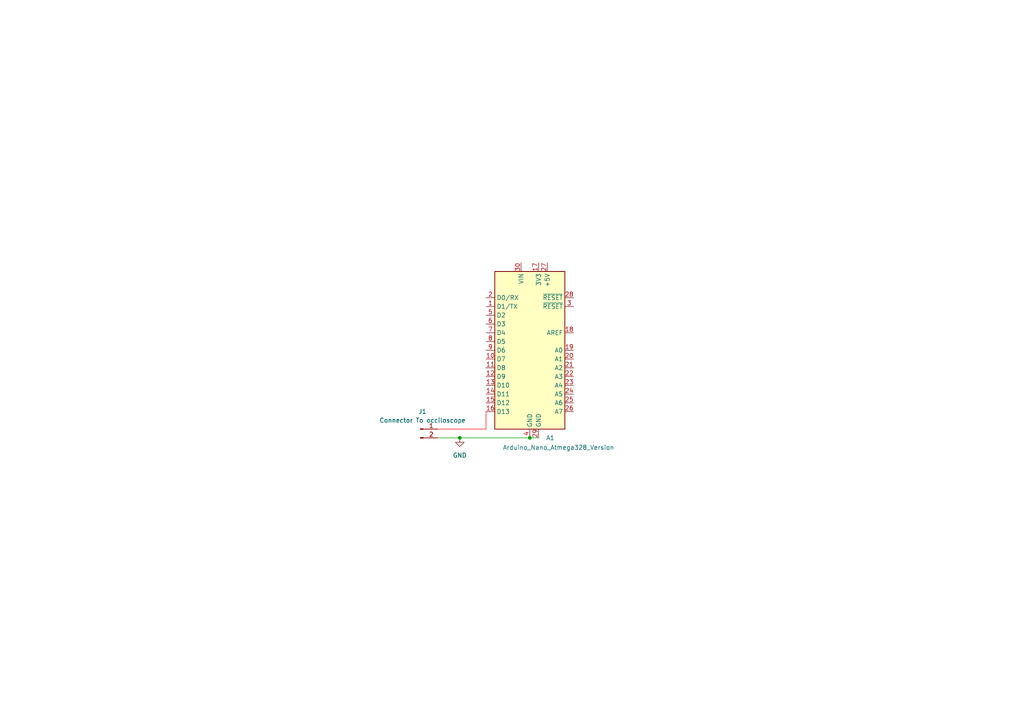
<source format=kicad_sch>
(kicad_sch
	(version 20250114)
	(generator "eeschema")
	(generator_version "9.0")
	(uuid "9d4c8b70-a82e-4f35-9fef-f53529bdbfd6")
	(paper "A4")
	(title_block
		(title "RPM To PWM test circuit")
		(date "2025-06-02")
		(rev "1")
		(company "Ethan Sousa Projects")
	)
	(lib_symbols
		(symbol "Connector:Conn_01x02_Pin"
			(pin_names
				(offset 1.016)
				(hide yes)
			)
			(exclude_from_sim no)
			(in_bom yes)
			(on_board yes)
			(property "Reference" "J"
				(at 0 2.54 0)
				(effects
					(font
						(size 1.27 1.27)
					)
				)
			)
			(property "Value" "Conn_01x02_Pin"
				(at 0 -5.08 0)
				(effects
					(font
						(size 1.27 1.27)
					)
				)
			)
			(property "Footprint" ""
				(at 0 0 0)
				(effects
					(font
						(size 1.27 1.27)
					)
					(hide yes)
				)
			)
			(property "Datasheet" "~"
				(at 0 0 0)
				(effects
					(font
						(size 1.27 1.27)
					)
					(hide yes)
				)
			)
			(property "Description" "Generic connector, single row, 01x02, script generated"
				(at 0 0 0)
				(effects
					(font
						(size 1.27 1.27)
					)
					(hide yes)
				)
			)
			(property "ki_locked" ""
				(at 0 0 0)
				(effects
					(font
						(size 1.27 1.27)
					)
				)
			)
			(property "ki_keywords" "connector"
				(at 0 0 0)
				(effects
					(font
						(size 1.27 1.27)
					)
					(hide yes)
				)
			)
			(property "ki_fp_filters" "Connector*:*_1x??_*"
				(at 0 0 0)
				(effects
					(font
						(size 1.27 1.27)
					)
					(hide yes)
				)
			)
			(symbol "Conn_01x02_Pin_1_1"
				(rectangle
					(start 0.8636 0.127)
					(end 0 -0.127)
					(stroke
						(width 0.1524)
						(type default)
					)
					(fill
						(type outline)
					)
				)
				(rectangle
					(start 0.8636 -2.413)
					(end 0 -2.667)
					(stroke
						(width 0.1524)
						(type default)
					)
					(fill
						(type outline)
					)
				)
				(polyline
					(pts
						(xy 1.27 0) (xy 0.8636 0)
					)
					(stroke
						(width 0.1524)
						(type default)
					)
					(fill
						(type none)
					)
				)
				(polyline
					(pts
						(xy 1.27 -2.54) (xy 0.8636 -2.54)
					)
					(stroke
						(width 0.1524)
						(type default)
					)
					(fill
						(type none)
					)
				)
				(pin passive line
					(at 5.08 0 180)
					(length 3.81)
					(name "Pin_1"
						(effects
							(font
								(size 1.27 1.27)
							)
						)
					)
					(number "1"
						(effects
							(font
								(size 1.27 1.27)
							)
						)
					)
				)
				(pin passive line
					(at 5.08 -2.54 180)
					(length 3.81)
					(name "Pin_2"
						(effects
							(font
								(size 1.27 1.27)
							)
						)
					)
					(number "2"
						(effects
							(font
								(size 1.27 1.27)
							)
						)
					)
				)
			)
			(embedded_fonts no)
		)
		(symbol "MCU_Module:Arduino_Nano_v3.x"
			(exclude_from_sim no)
			(in_bom yes)
			(on_board yes)
			(property "Reference" "A"
				(at -10.16 23.495 0)
				(effects
					(font
						(size 1.27 1.27)
					)
					(justify left bottom)
				)
			)
			(property "Value" "Arduino_Nano_v3.x"
				(at 5.08 -24.13 0)
				(effects
					(font
						(size 1.27 1.27)
					)
					(justify left top)
				)
			)
			(property "Footprint" "Module:Arduino_Nano"
				(at 0 0 0)
				(effects
					(font
						(size 1.27 1.27)
						(italic yes)
					)
					(hide yes)
				)
			)
			(property "Datasheet" "http://www.mouser.com/pdfdocs/Gravitech_Arduino_Nano3_0.pdf"
				(at 0 0 0)
				(effects
					(font
						(size 1.27 1.27)
					)
					(hide yes)
				)
			)
			(property "Description" "Arduino Nano v3.x"
				(at 0 0 0)
				(effects
					(font
						(size 1.27 1.27)
					)
					(hide yes)
				)
			)
			(property "ki_keywords" "Arduino nano microcontroller module USB"
				(at 0 0 0)
				(effects
					(font
						(size 1.27 1.27)
					)
					(hide yes)
				)
			)
			(property "ki_fp_filters" "Arduino*Nano*"
				(at 0 0 0)
				(effects
					(font
						(size 1.27 1.27)
					)
					(hide yes)
				)
			)
			(symbol "Arduino_Nano_v3.x_0_1"
				(rectangle
					(start -10.16 22.86)
					(end 10.16 -22.86)
					(stroke
						(width 0.254)
						(type default)
					)
					(fill
						(type background)
					)
				)
			)
			(symbol "Arduino_Nano_v3.x_1_1"
				(pin bidirectional line
					(at -12.7 15.24 0)
					(length 2.54)
					(name "D0/RX"
						(effects
							(font
								(size 1.27 1.27)
							)
						)
					)
					(number "2"
						(effects
							(font
								(size 1.27 1.27)
							)
						)
					)
				)
				(pin bidirectional line
					(at -12.7 12.7 0)
					(length 2.54)
					(name "D1/TX"
						(effects
							(font
								(size 1.27 1.27)
							)
						)
					)
					(number "1"
						(effects
							(font
								(size 1.27 1.27)
							)
						)
					)
				)
				(pin bidirectional line
					(at -12.7 10.16 0)
					(length 2.54)
					(name "D2"
						(effects
							(font
								(size 1.27 1.27)
							)
						)
					)
					(number "5"
						(effects
							(font
								(size 1.27 1.27)
							)
						)
					)
				)
				(pin bidirectional line
					(at -12.7 7.62 0)
					(length 2.54)
					(name "D3"
						(effects
							(font
								(size 1.27 1.27)
							)
						)
					)
					(number "6"
						(effects
							(font
								(size 1.27 1.27)
							)
						)
					)
				)
				(pin bidirectional line
					(at -12.7 5.08 0)
					(length 2.54)
					(name "D4"
						(effects
							(font
								(size 1.27 1.27)
							)
						)
					)
					(number "7"
						(effects
							(font
								(size 1.27 1.27)
							)
						)
					)
				)
				(pin bidirectional line
					(at -12.7 2.54 0)
					(length 2.54)
					(name "D5"
						(effects
							(font
								(size 1.27 1.27)
							)
						)
					)
					(number "8"
						(effects
							(font
								(size 1.27 1.27)
							)
						)
					)
				)
				(pin bidirectional line
					(at -12.7 0 0)
					(length 2.54)
					(name "D6"
						(effects
							(font
								(size 1.27 1.27)
							)
						)
					)
					(number "9"
						(effects
							(font
								(size 1.27 1.27)
							)
						)
					)
				)
				(pin bidirectional line
					(at -12.7 -2.54 0)
					(length 2.54)
					(name "D7"
						(effects
							(font
								(size 1.27 1.27)
							)
						)
					)
					(number "10"
						(effects
							(font
								(size 1.27 1.27)
							)
						)
					)
				)
				(pin bidirectional line
					(at -12.7 -5.08 0)
					(length 2.54)
					(name "D8"
						(effects
							(font
								(size 1.27 1.27)
							)
						)
					)
					(number "11"
						(effects
							(font
								(size 1.27 1.27)
							)
						)
					)
				)
				(pin bidirectional line
					(at -12.7 -7.62 0)
					(length 2.54)
					(name "D9"
						(effects
							(font
								(size 1.27 1.27)
							)
						)
					)
					(number "12"
						(effects
							(font
								(size 1.27 1.27)
							)
						)
					)
				)
				(pin bidirectional line
					(at -12.7 -10.16 0)
					(length 2.54)
					(name "D10"
						(effects
							(font
								(size 1.27 1.27)
							)
						)
					)
					(number "13"
						(effects
							(font
								(size 1.27 1.27)
							)
						)
					)
				)
				(pin bidirectional line
					(at -12.7 -12.7 0)
					(length 2.54)
					(name "D11"
						(effects
							(font
								(size 1.27 1.27)
							)
						)
					)
					(number "14"
						(effects
							(font
								(size 1.27 1.27)
							)
						)
					)
				)
				(pin bidirectional line
					(at -12.7 -15.24 0)
					(length 2.54)
					(name "D12"
						(effects
							(font
								(size 1.27 1.27)
							)
						)
					)
					(number "15"
						(effects
							(font
								(size 1.27 1.27)
							)
						)
					)
				)
				(pin bidirectional line
					(at -12.7 -17.78 0)
					(length 2.54)
					(name "D13"
						(effects
							(font
								(size 1.27 1.27)
							)
						)
					)
					(number "16"
						(effects
							(font
								(size 1.27 1.27)
							)
						)
					)
				)
				(pin power_in line
					(at -2.54 25.4 270)
					(length 2.54)
					(name "VIN"
						(effects
							(font
								(size 1.27 1.27)
							)
						)
					)
					(number "30"
						(effects
							(font
								(size 1.27 1.27)
							)
						)
					)
				)
				(pin power_in line
					(at 0 -25.4 90)
					(length 2.54)
					(name "GND"
						(effects
							(font
								(size 1.27 1.27)
							)
						)
					)
					(number "4"
						(effects
							(font
								(size 1.27 1.27)
							)
						)
					)
				)
				(pin power_out line
					(at 2.54 25.4 270)
					(length 2.54)
					(name "3V3"
						(effects
							(font
								(size 1.27 1.27)
							)
						)
					)
					(number "17"
						(effects
							(font
								(size 1.27 1.27)
							)
						)
					)
				)
				(pin power_in line
					(at 2.54 -25.4 90)
					(length 2.54)
					(name "GND"
						(effects
							(font
								(size 1.27 1.27)
							)
						)
					)
					(number "29"
						(effects
							(font
								(size 1.27 1.27)
							)
						)
					)
				)
				(pin power_out line
					(at 5.08 25.4 270)
					(length 2.54)
					(name "+5V"
						(effects
							(font
								(size 1.27 1.27)
							)
						)
					)
					(number "27"
						(effects
							(font
								(size 1.27 1.27)
							)
						)
					)
				)
				(pin input line
					(at 12.7 15.24 180)
					(length 2.54)
					(name "~{RESET}"
						(effects
							(font
								(size 1.27 1.27)
							)
						)
					)
					(number "28"
						(effects
							(font
								(size 1.27 1.27)
							)
						)
					)
				)
				(pin input line
					(at 12.7 12.7 180)
					(length 2.54)
					(name "~{RESET}"
						(effects
							(font
								(size 1.27 1.27)
							)
						)
					)
					(number "3"
						(effects
							(font
								(size 1.27 1.27)
							)
						)
					)
				)
				(pin input line
					(at 12.7 5.08 180)
					(length 2.54)
					(name "AREF"
						(effects
							(font
								(size 1.27 1.27)
							)
						)
					)
					(number "18"
						(effects
							(font
								(size 1.27 1.27)
							)
						)
					)
				)
				(pin bidirectional line
					(at 12.7 0 180)
					(length 2.54)
					(name "A0"
						(effects
							(font
								(size 1.27 1.27)
							)
						)
					)
					(number "19"
						(effects
							(font
								(size 1.27 1.27)
							)
						)
					)
				)
				(pin bidirectional line
					(at 12.7 -2.54 180)
					(length 2.54)
					(name "A1"
						(effects
							(font
								(size 1.27 1.27)
							)
						)
					)
					(number "20"
						(effects
							(font
								(size 1.27 1.27)
							)
						)
					)
				)
				(pin bidirectional line
					(at 12.7 -5.08 180)
					(length 2.54)
					(name "A2"
						(effects
							(font
								(size 1.27 1.27)
							)
						)
					)
					(number "21"
						(effects
							(font
								(size 1.27 1.27)
							)
						)
					)
				)
				(pin bidirectional line
					(at 12.7 -7.62 180)
					(length 2.54)
					(name "A3"
						(effects
							(font
								(size 1.27 1.27)
							)
						)
					)
					(number "22"
						(effects
							(font
								(size 1.27 1.27)
							)
						)
					)
				)
				(pin bidirectional line
					(at 12.7 -10.16 180)
					(length 2.54)
					(name "A4"
						(effects
							(font
								(size 1.27 1.27)
							)
						)
					)
					(number "23"
						(effects
							(font
								(size 1.27 1.27)
							)
						)
					)
				)
				(pin bidirectional line
					(at 12.7 -12.7 180)
					(length 2.54)
					(name "A5"
						(effects
							(font
								(size 1.27 1.27)
							)
						)
					)
					(number "24"
						(effects
							(font
								(size 1.27 1.27)
							)
						)
					)
				)
				(pin bidirectional line
					(at 12.7 -15.24 180)
					(length 2.54)
					(name "A6"
						(effects
							(font
								(size 1.27 1.27)
							)
						)
					)
					(number "25"
						(effects
							(font
								(size 1.27 1.27)
							)
						)
					)
				)
				(pin bidirectional line
					(at 12.7 -17.78 180)
					(length 2.54)
					(name "A7"
						(effects
							(font
								(size 1.27 1.27)
							)
						)
					)
					(number "26"
						(effects
							(font
								(size 1.27 1.27)
							)
						)
					)
				)
			)
			(embedded_fonts no)
		)
		(symbol "power:GND"
			(power)
			(pin_numbers
				(hide yes)
			)
			(pin_names
				(offset 0)
				(hide yes)
			)
			(exclude_from_sim no)
			(in_bom yes)
			(on_board yes)
			(property "Reference" "#PWR"
				(at 0 -6.35 0)
				(effects
					(font
						(size 1.27 1.27)
					)
					(hide yes)
				)
			)
			(property "Value" "GND"
				(at 0 -3.81 0)
				(effects
					(font
						(size 1.27 1.27)
					)
				)
			)
			(property "Footprint" ""
				(at 0 0 0)
				(effects
					(font
						(size 1.27 1.27)
					)
					(hide yes)
				)
			)
			(property "Datasheet" ""
				(at 0 0 0)
				(effects
					(font
						(size 1.27 1.27)
					)
					(hide yes)
				)
			)
			(property "Description" "Power symbol creates a global label with name \"GND\" , ground"
				(at 0 0 0)
				(effects
					(font
						(size 1.27 1.27)
					)
					(hide yes)
				)
			)
			(property "ki_keywords" "global power"
				(at 0 0 0)
				(effects
					(font
						(size 1.27 1.27)
					)
					(hide yes)
				)
			)
			(symbol "GND_0_1"
				(polyline
					(pts
						(xy 0 0) (xy 0 -1.27) (xy 1.27 -1.27) (xy 0 -2.54) (xy -1.27 -1.27) (xy 0 -1.27)
					)
					(stroke
						(width 0)
						(type default)
					)
					(fill
						(type none)
					)
				)
			)
			(symbol "GND_1_1"
				(pin power_in line
					(at 0 0 270)
					(length 0)
					(name "~"
						(effects
							(font
								(size 1.27 1.27)
							)
						)
					)
					(number "1"
						(effects
							(font
								(size 1.27 1.27)
							)
						)
					)
				)
			)
			(embedded_fonts no)
		)
	)
	(junction
		(at 133.35 127)
		(diameter 0)
		(color 0 0 0 0)
		(uuid "6d58b3af-8349-482a-9a35-d4d597481cab")
	)
	(junction
		(at 153.67 127)
		(diameter 0)
		(color 0 0 0 0)
		(uuid "e7e1d523-6c97-46c0-8b26-d0de128418af")
	)
	(wire
		(pts
			(xy 133.35 127) (xy 153.67 127)
		)
		(stroke
			(width 0)
			(type default)
		)
		(uuid "38b24730-06b9-4493-a873-0fe84c6f177d")
	)
	(wire
		(pts
			(xy 153.67 127) (xy 156.21 127)
		)
		(stroke
			(width 0)
			(type default)
		)
		(uuid "7ca624b5-7546-499b-8e57-612488871120")
	)
	(wire
		(pts
			(xy 127 124.46) (xy 140.97 124.46)
		)
		(stroke
			(width 0)
			(type default)
			(color 255 0 0 1)
		)
		(uuid "8ab4d91d-68a4-42ac-b7b4-58e161409383")
	)
	(wire
		(pts
			(xy 127 127) (xy 133.35 127)
		)
		(stroke
			(width 0)
			(type default)
		)
		(uuid "cbb56a0b-688e-46d4-9007-443d7ea17eae")
	)
	(wire
		(pts
			(xy 140.97 124.46) (xy 140.97 119.38)
		)
		(stroke
			(width 0)
			(type default)
			(color 255 0 0 1)
		)
		(uuid "ff4eb2b1-a202-4c58-84cd-627b80f0048e")
	)
	(symbol
		(lib_id "Connector:Conn_01x02_Pin")
		(at 121.92 124.46 0)
		(unit 1)
		(exclude_from_sim no)
		(in_bom yes)
		(on_board yes)
		(dnp no)
		(fields_autoplaced yes)
		(uuid "3f133f11-9fc6-4b43-b4fe-28bb91cb1e6a")
		(property "Reference" "J1"
			(at 122.555 119.38 0)
			(effects
				(font
					(size 1.27 1.27)
				)
			)
		)
		(property "Value" "Connector To occiloscope"
			(at 122.555 121.92 0)
			(effects
				(font
					(size 1.27 1.27)
				)
			)
		)
		(property "Footprint" "Connector_PinHeader_2.54mm:PinHeader_1x02_P2.54mm_Vertical"
			(at 121.92 124.46 0)
			(effects
				(font
					(size 1.27 1.27)
				)
				(hide yes)
			)
		)
		(property "Datasheet" "~"
			(at 121.92 124.46 0)
			(effects
				(font
					(size 1.27 1.27)
				)
				(hide yes)
			)
		)
		(property "Description" "Generic connector, single row, 01x02, script generated"
			(at 121.92 124.46 0)
			(effects
				(font
					(size 1.27 1.27)
				)
				(hide yes)
			)
		)
		(pin "2"
			(uuid "bbe5e4d8-4cf6-4926-bd06-a9e009135cd6")
		)
		(pin "1"
			(uuid "e29b2228-65cf-44c4-a339-14887c07ca0f")
		)
		(instances
			(project ""
				(path "/9d4c8b70-a82e-4f35-9fef-f53529bdbfd6"
					(reference "J1")
					(unit 1)
				)
			)
		)
	)
	(symbol
		(lib_id "power:GND")
		(at 133.35 127 0)
		(unit 1)
		(exclude_from_sim no)
		(in_bom yes)
		(on_board yes)
		(dnp no)
		(fields_autoplaced yes)
		(uuid "9137db28-06a4-4b82-9e74-881fd8c5111b")
		(property "Reference" "#PWR01"
			(at 133.35 133.35 0)
			(effects
				(font
					(size 1.27 1.27)
				)
				(hide yes)
			)
		)
		(property "Value" "GND"
			(at 133.35 132.08 0)
			(effects
				(font
					(size 1.27 1.27)
				)
			)
		)
		(property "Footprint" ""
			(at 133.35 127 0)
			(effects
				(font
					(size 1.27 1.27)
				)
				(hide yes)
			)
		)
		(property "Datasheet" ""
			(at 133.35 127 0)
			(effects
				(font
					(size 1.27 1.27)
				)
				(hide yes)
			)
		)
		(property "Description" "Power symbol creates a global label with name \"GND\" , ground"
			(at 133.35 127 0)
			(effects
				(font
					(size 1.27 1.27)
				)
				(hide yes)
			)
		)
		(pin "1"
			(uuid "3e965228-7dfc-45b2-9153-e84215cb385a")
		)
		(instances
			(project ""
				(path "/9d4c8b70-a82e-4f35-9fef-f53529bdbfd6"
					(reference "#PWR01")
					(unit 1)
				)
			)
		)
	)
	(symbol
		(lib_id "MCU_Module:Arduino_Nano_v3.x")
		(at 153.67 101.6 0)
		(unit 1)
		(exclude_from_sim no)
		(in_bom yes)
		(on_board yes)
		(dnp no)
		(uuid "d66bb866-0862-46d6-85e7-f7748daae037")
		(property "Reference" "A1"
			(at 158.3533 127 0)
			(effects
				(font
					(size 1.27 1.27)
				)
				(justify left)
			)
		)
		(property "Value" "Arduino_Nano_Atmega328_Version"
			(at 145.796 129.794 0)
			(effects
				(font
					(size 1.27 1.27)
				)
				(justify left)
			)
		)
		(property "Footprint" "Module:Arduino_Nano"
			(at 153.67 101.6 0)
			(effects
				(font
					(size 1.27 1.27)
					(italic yes)
				)
				(hide yes)
			)
		)
		(property "Datasheet" "http://www.mouser.com/pdfdocs/Gravitech_Arduino_Nano3_0.pdf"
			(at 153.67 101.6 0)
			(effects
				(font
					(size 1.27 1.27)
				)
				(hide yes)
			)
		)
		(property "Description" "Arduino Nano v3.x"
			(at 153.67 101.6 0)
			(effects
				(font
					(size 1.27 1.27)
				)
				(hide yes)
			)
		)
		(pin "11"
			(uuid "c992a03d-9e15-47bf-8bca-2766c4e30c47")
		)
		(pin "14"
			(uuid "4c91e2e8-8407-49b6-aba1-855c1c3ee40f")
		)
		(pin "16"
			(uuid "5cab41b4-c8d5-4b09-bdbc-3fa31e5d873e")
		)
		(pin "4"
			(uuid "26bbb951-fabb-4dfe-a6f1-c02c638246f4")
		)
		(pin "3"
			(uuid "4e30336d-c31b-477c-9715-10971e2e1a3f")
		)
		(pin "29"
			(uuid "c468d5f7-24da-421a-98d9-1148d88fd5b9")
		)
		(pin "1"
			(uuid "3c64a42e-bd68-496e-9a88-ba956cc27e88")
		)
		(pin "7"
			(uuid "8e07caaa-1c7b-45b2-8c6e-034933e946a6")
		)
		(pin "17"
			(uuid "1df9abed-bbf8-47d5-90f4-1df37d080d90")
		)
		(pin "13"
			(uuid "0bf803d2-6dc7-4e58-8546-9fc776e1810d")
		)
		(pin "2"
			(uuid "e1cb226c-3c38-4e82-b408-daff2cde8d4b")
		)
		(pin "5"
			(uuid "e695a01f-35a2-453b-b2da-b9be484c6c39")
		)
		(pin "6"
			(uuid "ce7e23ed-e0c0-49dd-8c25-77455f013993")
		)
		(pin "10"
			(uuid "df17ad5a-a828-4507-b85d-089e5337f54f")
		)
		(pin "9"
			(uuid "873657a2-fcb8-4d1f-a538-2edec9a0120d")
		)
		(pin "8"
			(uuid "00847e92-63e7-4b6c-ac3e-2fc18285d5bc")
		)
		(pin "12"
			(uuid "5075d93b-15da-4376-91af-04c30c215b1b")
		)
		(pin "15"
			(uuid "2ff97a1d-2c91-40af-b638-d0364abd0c1b")
		)
		(pin "30"
			(uuid "aa82bb67-79fc-44c9-b357-c3ecd151fd20")
		)
		(pin "27"
			(uuid "4ab7be54-bed6-4892-810a-b6d14d69aa6b")
		)
		(pin "28"
			(uuid "580555b8-bb75-4f12-b65c-6d8beff9881f")
		)
		(pin "18"
			(uuid "fd99fde1-1c19-4233-a867-f6ec1dc425ef")
		)
		(pin "19"
			(uuid "c557ae91-41f1-4b37-9ae7-e8f934e6c6ae")
		)
		(pin "20"
			(uuid "fa2c3acc-dc0b-43da-b979-670ee3224ce9")
		)
		(pin "21"
			(uuid "1f18d410-b6d3-48fb-be07-4e4668cb5f66")
		)
		(pin "22"
			(uuid "0d6a9cde-2b3f-429c-85f6-4aa5fd9c8eb2")
		)
		(pin "26"
			(uuid "662a303a-b344-4c9d-8918-94cbc6f5dc87")
		)
		(pin "25"
			(uuid "3454c0d2-c780-4ef7-95da-4938385d6aed")
		)
		(pin "24"
			(uuid "1580e7e5-45c4-464c-983d-99aa8d6fd5d3")
		)
		(pin "23"
			(uuid "55790ee3-d043-4a27-b18c-6f97331b9f2e")
		)
		(instances
			(project ""
				(path "/9d4c8b70-a82e-4f35-9fef-f53529bdbfd6"
					(reference "A1")
					(unit 1)
				)
			)
		)
	)
	(sheet_instances
		(path "/"
			(page "1")
		)
	)
	(embedded_fonts no)
)

</source>
